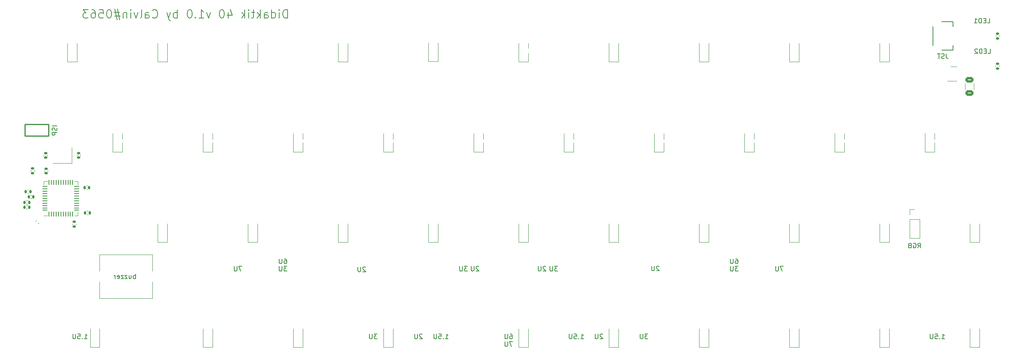
<source format=gbr>
%TF.GenerationSoftware,KiCad,Pcbnew,(6.0.7)*%
%TF.CreationDate,2022-12-24T21:51:58+01:00*%
%TF.ProjectId,Didaktik multilayout,44696461-6b74-4696-9b20-6d756c74696c,rev?*%
%TF.SameCoordinates,Original*%
%TF.FileFunction,Legend,Bot*%
%TF.FilePolarity,Positive*%
%FSLAX46Y46*%
G04 Gerber Fmt 4.6, Leading zero omitted, Abs format (unit mm)*
G04 Created by KiCad (PCBNEW (6.0.7)) date 2022-12-24 21:51:58*
%MOMM*%
%LPD*%
G01*
G04 APERTURE LIST*
G04 Aperture macros list*
%AMRoundRect*
0 Rectangle with rounded corners*
0 $1 Rounding radius*
0 $2 $3 $4 $5 $6 $7 $8 $9 X,Y pos of 4 corners*
0 Add a 4 corners polygon primitive as box body*
4,1,4,$2,$3,$4,$5,$6,$7,$8,$9,$2,$3,0*
0 Add four circle primitives for the rounded corners*
1,1,$1+$1,$2,$3*
1,1,$1+$1,$4,$5*
1,1,$1+$1,$6,$7*
1,1,$1+$1,$8,$9*
0 Add four rect primitives between the rounded corners*
20,1,$1+$1,$2,$3,$4,$5,0*
20,1,$1+$1,$4,$5,$6,$7,0*
20,1,$1+$1,$6,$7,$8,$9,0*
20,1,$1+$1,$8,$9,$2,$3,0*%
G04 Aperture macros list end*
%ADD10C,0.150000*%
%ADD11C,0.120000*%
%ADD12C,0.250000*%
%ADD13C,1.750000*%
%ADD14C,3.987800*%
%ADD15C,2.250000*%
%ADD16C,3.048000*%
%ADD17R,2.000000X2.000000*%
%ADD18C,2.000000*%
%ADD19R,1.200000X0.900000*%
%ADD20R,1.350000X1.350000*%
%ADD21O,1.350000X1.350000*%
%ADD22RoundRect,0.140000X0.170000X-0.140000X0.170000X0.140000X-0.170000X0.140000X-0.170000X-0.140000X0*%
%ADD23RoundRect,0.135000X-0.135000X-0.185000X0.135000X-0.185000X0.135000X0.185000X-0.135000X0.185000X0*%
%ADD24R,1.400000X1.200000*%
%ADD25RoundRect,0.062500X-0.475000X-0.062500X0.475000X-0.062500X0.475000X0.062500X-0.475000X0.062500X0*%
%ADD26RoundRect,0.062500X-0.062500X-0.475000X0.062500X-0.475000X0.062500X0.475000X-0.062500X0.475000X0*%
%ADD27R,5.200000X5.200000*%
%ADD28RoundRect,0.250000X-0.625000X0.375000X-0.625000X-0.375000X0.625000X-0.375000X0.625000X0.375000X0*%
%ADD29R,1.800000X1.200000*%
%ADD30R,1.550000X0.600000*%
%ADD31C,1.700000*%
%ADD32R,1.700000X1.700000*%
%ADD33RoundRect,0.140000X-0.170000X0.140000X-0.170000X-0.140000X0.170000X-0.140000X0.170000X0.140000X0*%
%ADD34RoundRect,0.135000X-0.185000X0.135000X-0.185000X-0.135000X0.185000X-0.135000X0.185000X0.135000X0*%
%ADD35RoundRect,0.135000X0.185000X-0.135000X0.185000X0.135000X-0.185000X0.135000X-0.185000X-0.135000X0*%
%ADD36R,0.700000X1.000000*%
%ADD37R,0.700000X0.600000*%
%ADD38RoundRect,0.140000X-0.140000X-0.170000X0.140000X-0.170000X0.140000X0.170000X-0.140000X0.170000X0*%
%ADD39RoundRect,0.140000X0.140000X0.170000X-0.140000X0.170000X-0.140000X-0.170000X0.140000X-0.170000X0*%
%ADD40R,2.300000X2.300000*%
%ADD41RoundRect,0.140000X-0.021213X0.219203X-0.219203X0.021213X0.021213X-0.219203X0.219203X-0.021213X0*%
G04 APERTURE END LIST*
D10*
X89233333Y-85177380D02*
X89423809Y-85177380D01*
X89519047Y-85225000D01*
X89566666Y-85272619D01*
X89661904Y-85415476D01*
X89709523Y-85605952D01*
X89709523Y-85986904D01*
X89661904Y-86082142D01*
X89614285Y-86129761D01*
X89519047Y-86177380D01*
X89328571Y-86177380D01*
X89233333Y-86129761D01*
X89185714Y-86082142D01*
X89138095Y-85986904D01*
X89138095Y-85748809D01*
X89185714Y-85653571D01*
X89233333Y-85605952D01*
X89328571Y-85558333D01*
X89519047Y-85558333D01*
X89614285Y-85605952D01*
X89661904Y-85653571D01*
X89709523Y-85748809D01*
X88709523Y-85177380D02*
X88709523Y-85986904D01*
X88661904Y-86082142D01*
X88614285Y-86129761D01*
X88519047Y-86177380D01*
X88328571Y-86177380D01*
X88233333Y-86129761D01*
X88185714Y-86082142D01*
X88138095Y-85986904D01*
X88138095Y-85177380D01*
X130222182Y-86842169D02*
X130174563Y-86794550D01*
X130079325Y-86746930D01*
X129841230Y-86746930D01*
X129745992Y-86794550D01*
X129698373Y-86842169D01*
X129650754Y-86937407D01*
X129650754Y-87032645D01*
X129698373Y-87175502D01*
X130269801Y-87746930D01*
X129650754Y-87746930D01*
X129222182Y-86746930D02*
X129222182Y-87556454D01*
X129174563Y-87651692D01*
X129126944Y-87699311D01*
X129031706Y-87746930D01*
X128841230Y-87746930D01*
X128745992Y-87699311D01*
X128698373Y-87651692D01*
X128650754Y-87556454D01*
X128650754Y-86746930D01*
X89867666Y-34319666D02*
X89867666Y-32569666D01*
X89451000Y-32569666D01*
X89201000Y-32653000D01*
X89034333Y-32819666D01*
X88951000Y-32986333D01*
X88867666Y-33319666D01*
X88867666Y-33569666D01*
X88951000Y-33903000D01*
X89034333Y-34069666D01*
X89201000Y-34236333D01*
X89451000Y-34319666D01*
X89867666Y-34319666D01*
X88117666Y-34319666D02*
X88117666Y-33153000D01*
X88117666Y-32569666D02*
X88201000Y-32653000D01*
X88117666Y-32736333D01*
X88034333Y-32653000D01*
X88117666Y-32569666D01*
X88117666Y-32736333D01*
X86534333Y-34319666D02*
X86534333Y-32569666D01*
X86534333Y-34236333D02*
X86701000Y-34319666D01*
X87034333Y-34319666D01*
X87201000Y-34236333D01*
X87284333Y-34153000D01*
X87367666Y-33986333D01*
X87367666Y-33486333D01*
X87284333Y-33319666D01*
X87201000Y-33236333D01*
X87034333Y-33153000D01*
X86701000Y-33153000D01*
X86534333Y-33236333D01*
X84951000Y-34319666D02*
X84951000Y-33403000D01*
X85034333Y-33236333D01*
X85201000Y-33153000D01*
X85534333Y-33153000D01*
X85701000Y-33236333D01*
X84951000Y-34236333D02*
X85117666Y-34319666D01*
X85534333Y-34319666D01*
X85701000Y-34236333D01*
X85784333Y-34069666D01*
X85784333Y-33903000D01*
X85701000Y-33736333D01*
X85534333Y-33653000D01*
X85117666Y-33653000D01*
X84951000Y-33569666D01*
X84117666Y-34319666D02*
X84117666Y-32569666D01*
X83951000Y-33653000D02*
X83451000Y-34319666D01*
X83451000Y-33153000D02*
X84117666Y-33819666D01*
X82951000Y-33153000D02*
X82284333Y-33153000D01*
X82701000Y-32569666D02*
X82701000Y-34069666D01*
X82617666Y-34236333D01*
X82451000Y-34319666D01*
X82284333Y-34319666D01*
X81701000Y-34319666D02*
X81701000Y-33153000D01*
X81701000Y-32569666D02*
X81784333Y-32653000D01*
X81701000Y-32736333D01*
X81617666Y-32653000D01*
X81701000Y-32569666D01*
X81701000Y-32736333D01*
X80867666Y-34319666D02*
X80867666Y-32569666D01*
X80701000Y-33653000D02*
X80201000Y-34319666D01*
X80201000Y-33153000D02*
X80867666Y-33819666D01*
X77367666Y-33153000D02*
X77367666Y-34319666D01*
X77784333Y-32486333D02*
X78201000Y-33736333D01*
X77117666Y-33736333D01*
X76117666Y-32569666D02*
X75951000Y-32569666D01*
X75784333Y-32653000D01*
X75701000Y-32736333D01*
X75617666Y-32903000D01*
X75534333Y-33236333D01*
X75534333Y-33653000D01*
X75617666Y-33986333D01*
X75701000Y-34153000D01*
X75784333Y-34236333D01*
X75951000Y-34319666D01*
X76117666Y-34319666D01*
X76284333Y-34236333D01*
X76367666Y-34153000D01*
X76451000Y-33986333D01*
X76534333Y-33653000D01*
X76534333Y-33236333D01*
X76451000Y-32903000D01*
X76367666Y-32736333D01*
X76284333Y-32653000D01*
X76117666Y-32569666D01*
X73617666Y-33153000D02*
X73201000Y-34319666D01*
X72784333Y-33153000D01*
X71201000Y-34319666D02*
X72201000Y-34319666D01*
X71701000Y-34319666D02*
X71701000Y-32569666D01*
X71867666Y-32819666D01*
X72034333Y-32986333D01*
X72201000Y-33069666D01*
X70451000Y-34153000D02*
X70367666Y-34236333D01*
X70451000Y-34319666D01*
X70534333Y-34236333D01*
X70451000Y-34153000D01*
X70451000Y-34319666D01*
X69284333Y-32569666D02*
X69117666Y-32569666D01*
X68951000Y-32653000D01*
X68867666Y-32736333D01*
X68784333Y-32903000D01*
X68701000Y-33236333D01*
X68701000Y-33653000D01*
X68784333Y-33986333D01*
X68867666Y-34153000D01*
X68951000Y-34236333D01*
X69117666Y-34319666D01*
X69284333Y-34319666D01*
X69451000Y-34236333D01*
X69534333Y-34153000D01*
X69617666Y-33986333D01*
X69701000Y-33653000D01*
X69701000Y-33236333D01*
X69617666Y-32903000D01*
X69534333Y-32736333D01*
X69451000Y-32653000D01*
X69284333Y-32569666D01*
X66617666Y-34319666D02*
X66617666Y-32569666D01*
X66617666Y-33236333D02*
X66451000Y-33153000D01*
X66117666Y-33153000D01*
X65951000Y-33236333D01*
X65867666Y-33319666D01*
X65784333Y-33486333D01*
X65784333Y-33986333D01*
X65867666Y-34153000D01*
X65951000Y-34236333D01*
X66117666Y-34319666D01*
X66451000Y-34319666D01*
X66617666Y-34236333D01*
X65201000Y-33153000D02*
X64784333Y-34319666D01*
X64367666Y-33153000D02*
X64784333Y-34319666D01*
X64951000Y-34736333D01*
X65034333Y-34819666D01*
X65201000Y-34903000D01*
X61367666Y-34153000D02*
X61451000Y-34236333D01*
X61701000Y-34319666D01*
X61867666Y-34319666D01*
X62117666Y-34236333D01*
X62284333Y-34069666D01*
X62367666Y-33903000D01*
X62451000Y-33569666D01*
X62451000Y-33319666D01*
X62367666Y-32986333D01*
X62284333Y-32819666D01*
X62117666Y-32653000D01*
X61867666Y-32569666D01*
X61701000Y-32569666D01*
X61451000Y-32653000D01*
X61367666Y-32736333D01*
X59867666Y-34319666D02*
X59867666Y-33403000D01*
X59951000Y-33236333D01*
X60117666Y-33153000D01*
X60451000Y-33153000D01*
X60617666Y-33236333D01*
X59867666Y-34236333D02*
X60034333Y-34319666D01*
X60451000Y-34319666D01*
X60617666Y-34236333D01*
X60701000Y-34069666D01*
X60701000Y-33903000D01*
X60617666Y-33736333D01*
X60451000Y-33653000D01*
X60034333Y-33653000D01*
X59867666Y-33569666D01*
X58784333Y-34319666D02*
X58951000Y-34236333D01*
X59034333Y-34069666D01*
X59034333Y-32569666D01*
X58284333Y-33153000D02*
X57867666Y-34319666D01*
X57451000Y-33153000D01*
X56784333Y-34319666D02*
X56784333Y-33153000D01*
X56784333Y-32569666D02*
X56867666Y-32653000D01*
X56784333Y-32736333D01*
X56701000Y-32653000D01*
X56784333Y-32569666D01*
X56784333Y-32736333D01*
X55951000Y-33153000D02*
X55951000Y-34319666D01*
X55951000Y-33319666D02*
X55867666Y-33236333D01*
X55701000Y-33153000D01*
X55451000Y-33153000D01*
X55284333Y-33236333D01*
X55201000Y-33403000D01*
X55201000Y-34319666D01*
X54450999Y-33153000D02*
X53200999Y-33153000D01*
X53950999Y-32403000D02*
X54450999Y-34653000D01*
X53367666Y-33903000D02*
X54617666Y-33903000D01*
X53867666Y-34653000D02*
X53367666Y-32403000D01*
X52284333Y-32569666D02*
X52117666Y-32569666D01*
X51950999Y-32653000D01*
X51867666Y-32736333D01*
X51784333Y-32903000D01*
X51700999Y-33236333D01*
X51700999Y-33653000D01*
X51784333Y-33986333D01*
X51867666Y-34153000D01*
X51950999Y-34236333D01*
X52117666Y-34319666D01*
X52284333Y-34319666D01*
X52450999Y-34236333D01*
X52534333Y-34153000D01*
X52617666Y-33986333D01*
X52700999Y-33653000D01*
X52700999Y-33236333D01*
X52617666Y-32903000D01*
X52534333Y-32736333D01*
X52450999Y-32653000D01*
X52284333Y-32569666D01*
X50117666Y-32569666D02*
X50950999Y-32569666D01*
X51034333Y-33403000D01*
X50950999Y-33319666D01*
X50784333Y-33236333D01*
X50367666Y-33236333D01*
X50200999Y-33319666D01*
X50117666Y-33403000D01*
X50034333Y-33569666D01*
X50034333Y-33986333D01*
X50117666Y-34153000D01*
X50200999Y-34236333D01*
X50367666Y-34319666D01*
X50784333Y-34319666D01*
X50950999Y-34236333D01*
X51034333Y-34153000D01*
X48534333Y-32569666D02*
X48867666Y-32569666D01*
X49034333Y-32653000D01*
X49117666Y-32736333D01*
X49284333Y-32986333D01*
X49367666Y-33319666D01*
X49367666Y-33986333D01*
X49284333Y-34153000D01*
X49200999Y-34236333D01*
X49034333Y-34319666D01*
X48700999Y-34319666D01*
X48534333Y-34236333D01*
X48450999Y-34153000D01*
X48367666Y-33986333D01*
X48367666Y-33569666D01*
X48450999Y-33403000D01*
X48534333Y-33319666D01*
X48700999Y-33236333D01*
X49034333Y-33236333D01*
X49200999Y-33319666D01*
X49284333Y-33403000D01*
X49367666Y-33569666D01*
X47784333Y-32569666D02*
X46700999Y-32569666D01*
X47284333Y-33236333D01*
X47034333Y-33236333D01*
X46867666Y-33319666D01*
X46784333Y-33403000D01*
X46700999Y-33569666D01*
X46700999Y-33986333D01*
X46784333Y-34153000D01*
X46867666Y-34236333D01*
X47034333Y-34319666D01*
X47534333Y-34319666D01*
X47700999Y-34236333D01*
X47784333Y-34153000D01*
X184483333Y-85177380D02*
X184673809Y-85177380D01*
X184769047Y-85225000D01*
X184816666Y-85272619D01*
X184911904Y-85415476D01*
X184959523Y-85605952D01*
X184959523Y-85986904D01*
X184911904Y-86082142D01*
X184864285Y-86129761D01*
X184769047Y-86177380D01*
X184578571Y-86177380D01*
X184483333Y-86129761D01*
X184435714Y-86082142D01*
X184388095Y-85986904D01*
X184388095Y-85748809D01*
X184435714Y-85653571D01*
X184483333Y-85605952D01*
X184578571Y-85558333D01*
X184769047Y-85558333D01*
X184864285Y-85605952D01*
X184911904Y-85653571D01*
X184959523Y-85748809D01*
X183959523Y-85177380D02*
X183959523Y-85986904D01*
X183911904Y-86082142D01*
X183864285Y-86129761D01*
X183769047Y-86177380D01*
X183578571Y-86177380D01*
X183483333Y-86129761D01*
X183435714Y-86082142D01*
X183388095Y-85986904D01*
X183388095Y-85177380D01*
X80232142Y-86764880D02*
X79565476Y-86764880D01*
X79994047Y-87764880D01*
X79184523Y-86764880D02*
X79184523Y-87574404D01*
X79136904Y-87669642D01*
X79089285Y-87717261D01*
X78994047Y-87764880D01*
X78803571Y-87764880D01*
X78708333Y-87717261D01*
X78660714Y-87669642D01*
X78613095Y-87574404D01*
X78613095Y-86764880D01*
X222940476Y-82875380D02*
X223273809Y-82399190D01*
X223511904Y-82875380D02*
X223511904Y-81875380D01*
X223130952Y-81875380D01*
X223035714Y-81923000D01*
X222988095Y-81970619D01*
X222940476Y-82065857D01*
X222940476Y-82208714D01*
X222988095Y-82303952D01*
X223035714Y-82351571D01*
X223130952Y-82399190D01*
X223511904Y-82399190D01*
X221988095Y-81923000D02*
X222083333Y-81875380D01*
X222226190Y-81875380D01*
X222369047Y-81923000D01*
X222464285Y-82018238D01*
X222511904Y-82113476D01*
X222559523Y-82303952D01*
X222559523Y-82446809D01*
X222511904Y-82637285D01*
X222464285Y-82732523D01*
X222369047Y-82827761D01*
X222226190Y-82875380D01*
X222130952Y-82875380D01*
X221988095Y-82827761D01*
X221940476Y-82780142D01*
X221940476Y-82446809D01*
X222130952Y-82446809D01*
X221178571Y-82351571D02*
X221035714Y-82399190D01*
X220988095Y-82446809D01*
X220940476Y-82542047D01*
X220940476Y-82684904D01*
X220988095Y-82780142D01*
X221035714Y-82827761D01*
X221130952Y-82875380D01*
X221511904Y-82875380D01*
X221511904Y-81875380D01*
X221178571Y-81875380D01*
X221083333Y-81923000D01*
X221035714Y-81970619D01*
X220988095Y-82065857D01*
X220988095Y-82161095D01*
X221035714Y-82256333D01*
X221083333Y-82303952D01*
X221178571Y-82351571D01*
X221511904Y-82351571D01*
X165957142Y-101052380D02*
X165338095Y-101052380D01*
X165671428Y-101433333D01*
X165528571Y-101433333D01*
X165433333Y-101480952D01*
X165385714Y-101528571D01*
X165338095Y-101623809D01*
X165338095Y-101861904D01*
X165385714Y-101957142D01*
X165433333Y-102004761D01*
X165528571Y-102052380D01*
X165814285Y-102052380D01*
X165909523Y-102004761D01*
X165957142Y-101957142D01*
X164909523Y-101052380D02*
X164909523Y-101861904D01*
X164861904Y-101957142D01*
X164814285Y-102004761D01*
X164719047Y-102052380D01*
X164528571Y-102052380D01*
X164433333Y-102004761D01*
X164385714Y-101957142D01*
X164338095Y-101861904D01*
X164338095Y-101052380D01*
X106319974Y-86976703D02*
X106272355Y-86929084D01*
X106177117Y-86881464D01*
X105939022Y-86881464D01*
X105843784Y-86929084D01*
X105796165Y-86976703D01*
X105748546Y-87071941D01*
X105748546Y-87167179D01*
X105796165Y-87310036D01*
X106367593Y-87881464D01*
X105748546Y-87881464D01*
X105319974Y-86881464D02*
X105319974Y-87690988D01*
X105272355Y-87786226D01*
X105224736Y-87833845D01*
X105129498Y-87881464D01*
X104939022Y-87881464D01*
X104843784Y-87833845D01*
X104796165Y-87786226D01*
X104748546Y-87690988D01*
X104748546Y-86881464D01*
X41219380Y-57062809D02*
X40219380Y-57062809D01*
X41171761Y-57491380D02*
X41219380Y-57634238D01*
X41219380Y-57872333D01*
X41171761Y-57967571D01*
X41124142Y-58015190D01*
X41028904Y-58062809D01*
X40933666Y-58062809D01*
X40838428Y-58015190D01*
X40790809Y-57967571D01*
X40743190Y-57872333D01*
X40695571Y-57681857D01*
X40647952Y-57586619D01*
X40600333Y-57539000D01*
X40505095Y-57491380D01*
X40409857Y-57491380D01*
X40314619Y-57539000D01*
X40267000Y-57586619D01*
X40219380Y-57681857D01*
X40219380Y-57919952D01*
X40267000Y-58062809D01*
X41219380Y-58491380D02*
X40219380Y-58491380D01*
X40219380Y-58872333D01*
X40267000Y-58967571D01*
X40314619Y-59015190D01*
X40409857Y-59062809D01*
X40552714Y-59062809D01*
X40647952Y-59015190D01*
X40695571Y-58967571D01*
X40743190Y-58872333D01*
X40743190Y-58491380D01*
X151764880Y-102052380D02*
X152336309Y-102052380D01*
X152050595Y-102052380D02*
X152050595Y-101052380D01*
X152145833Y-101195238D01*
X152241071Y-101290476D01*
X152336309Y-101338095D01*
X151336309Y-101957142D02*
X151288690Y-102004761D01*
X151336309Y-102052380D01*
X151383928Y-102004761D01*
X151336309Y-101957142D01*
X151336309Y-102052380D01*
X150383928Y-101052380D02*
X150860119Y-101052380D01*
X150907738Y-101528571D01*
X150860119Y-101480952D01*
X150764880Y-101433333D01*
X150526785Y-101433333D01*
X150431547Y-101480952D01*
X150383928Y-101528571D01*
X150336309Y-101623809D01*
X150336309Y-101861904D01*
X150383928Y-101957142D01*
X150431547Y-102004761D01*
X150526785Y-102052380D01*
X150764880Y-102052380D01*
X150860119Y-102004761D01*
X150907738Y-101957142D01*
X149907738Y-101052380D02*
X149907738Y-101861904D01*
X149860119Y-101957142D01*
X149812500Y-102004761D01*
X149717261Y-102052380D01*
X149526785Y-102052380D01*
X149431547Y-102004761D01*
X149383928Y-101957142D01*
X149336309Y-101861904D01*
X149336309Y-101052380D01*
X123189880Y-102052380D02*
X123761309Y-102052380D01*
X123475595Y-102052380D02*
X123475595Y-101052380D01*
X123570833Y-101195238D01*
X123666071Y-101290476D01*
X123761309Y-101338095D01*
X122761309Y-101957142D02*
X122713690Y-102004761D01*
X122761309Y-102052380D01*
X122808928Y-102004761D01*
X122761309Y-101957142D01*
X122761309Y-102052380D01*
X121808928Y-101052380D02*
X122285119Y-101052380D01*
X122332738Y-101528571D01*
X122285119Y-101480952D01*
X122189880Y-101433333D01*
X121951785Y-101433333D01*
X121856547Y-101480952D01*
X121808928Y-101528571D01*
X121761309Y-101623809D01*
X121761309Y-101861904D01*
X121808928Y-101957142D01*
X121856547Y-102004761D01*
X121951785Y-102052380D01*
X122189880Y-102052380D01*
X122285119Y-102004761D01*
X122332738Y-101957142D01*
X121332738Y-101052380D02*
X121332738Y-101861904D01*
X121285119Y-101957142D01*
X121237500Y-102004761D01*
X121142261Y-102052380D01*
X120951785Y-102052380D01*
X120856547Y-102004761D01*
X120808928Y-101957142D01*
X120761309Y-101861904D01*
X120761309Y-101052380D01*
X108807142Y-101052380D02*
X108188095Y-101052380D01*
X108521428Y-101433333D01*
X108378571Y-101433333D01*
X108283333Y-101480952D01*
X108235714Y-101528571D01*
X108188095Y-101623809D01*
X108188095Y-101861904D01*
X108235714Y-101957142D01*
X108283333Y-102004761D01*
X108378571Y-102052380D01*
X108664285Y-102052380D01*
X108759523Y-102004761D01*
X108807142Y-101957142D01*
X107759523Y-101052380D02*
X107759523Y-101861904D01*
X107711904Y-101957142D01*
X107664285Y-102004761D01*
X107569047Y-102052380D01*
X107378571Y-102052380D01*
X107283333Y-102004761D01*
X107235714Y-101957142D01*
X107188095Y-101861904D01*
X107188095Y-101052380D01*
X194532142Y-86764880D02*
X193865476Y-86764880D01*
X194294047Y-87764880D01*
X193484523Y-86764880D02*
X193484523Y-87574404D01*
X193436904Y-87669642D01*
X193389285Y-87717261D01*
X193294047Y-87764880D01*
X193103571Y-87764880D01*
X193008333Y-87717261D01*
X192960714Y-87669642D01*
X192913095Y-87574404D01*
X192913095Y-86764880D01*
X156384523Y-101147619D02*
X156336904Y-101100000D01*
X156241666Y-101052380D01*
X156003571Y-101052380D01*
X155908333Y-101100000D01*
X155860714Y-101147619D01*
X155813095Y-101242857D01*
X155813095Y-101338095D01*
X155860714Y-101480952D01*
X156432142Y-102052380D01*
X155813095Y-102052380D01*
X155384523Y-101052380D02*
X155384523Y-101861904D01*
X155336904Y-101957142D01*
X155289285Y-102004761D01*
X155194047Y-102052380D01*
X155003571Y-102052380D01*
X154908333Y-102004761D01*
X154860714Y-101957142D01*
X154813095Y-101861904D01*
X154813095Y-101052380D01*
X46989880Y-102052380D02*
X47561309Y-102052380D01*
X47275595Y-102052380D02*
X47275595Y-101052380D01*
X47370833Y-101195238D01*
X47466071Y-101290476D01*
X47561309Y-101338095D01*
X46561309Y-101957142D02*
X46513690Y-102004761D01*
X46561309Y-102052380D01*
X46608928Y-102004761D01*
X46561309Y-101957142D01*
X46561309Y-102052380D01*
X45608928Y-101052380D02*
X46085119Y-101052380D01*
X46132738Y-101528571D01*
X46085119Y-101480952D01*
X45989880Y-101433333D01*
X45751785Y-101433333D01*
X45656547Y-101480952D01*
X45608928Y-101528571D01*
X45561309Y-101623809D01*
X45561309Y-101861904D01*
X45608928Y-101957142D01*
X45656547Y-102004761D01*
X45751785Y-102052380D01*
X45989880Y-102052380D01*
X46085119Y-102004761D01*
X46132738Y-101957142D01*
X45132738Y-101052380D02*
X45132738Y-101861904D01*
X45085119Y-101957142D01*
X45037500Y-102004761D01*
X44942261Y-102052380D01*
X44751785Y-102052380D01*
X44656547Y-102004761D01*
X44608928Y-101957142D01*
X44561309Y-101861904D01*
X44561309Y-101052380D01*
X137382142Y-102639880D02*
X136715476Y-102639880D01*
X137144047Y-103639880D01*
X136334523Y-102639880D02*
X136334523Y-103449404D01*
X136286904Y-103544642D01*
X136239285Y-103592261D01*
X136144047Y-103639880D01*
X135953571Y-103639880D01*
X135858333Y-103592261D01*
X135810714Y-103544642D01*
X135763095Y-103449404D01*
X135763095Y-102639880D01*
X237720047Y-41811380D02*
X238196238Y-41811380D01*
X238196238Y-40811380D01*
X237386714Y-41287571D02*
X237053380Y-41287571D01*
X236910523Y-41811380D02*
X237386714Y-41811380D01*
X237386714Y-40811380D01*
X236910523Y-40811380D01*
X236481952Y-41811380D02*
X236481952Y-40811380D01*
X236243857Y-40811380D01*
X236101000Y-40859000D01*
X236005761Y-40954238D01*
X235958142Y-41049476D01*
X235910523Y-41239952D01*
X235910523Y-41382809D01*
X235958142Y-41573285D01*
X236005761Y-41668523D01*
X236101000Y-41763761D01*
X236243857Y-41811380D01*
X236481952Y-41811380D01*
X235529571Y-40906619D02*
X235481952Y-40859000D01*
X235386714Y-40811380D01*
X235148619Y-40811380D01*
X235053380Y-40859000D01*
X235005761Y-40906619D01*
X234958142Y-41001857D01*
X234958142Y-41097095D01*
X235005761Y-41239952D01*
X235577190Y-41811380D01*
X234958142Y-41811380D01*
X237593047Y-35377380D02*
X238069238Y-35377380D01*
X238069238Y-34377380D01*
X237259714Y-34853571D02*
X236926380Y-34853571D01*
X236783523Y-35377380D02*
X237259714Y-35377380D01*
X237259714Y-34377380D01*
X236783523Y-34377380D01*
X236354952Y-35377380D02*
X236354952Y-34377380D01*
X236116857Y-34377380D01*
X235974000Y-34425000D01*
X235878761Y-34520238D01*
X235831142Y-34615476D01*
X235783523Y-34805952D01*
X235783523Y-34948809D01*
X235831142Y-35139285D01*
X235878761Y-35234523D01*
X235974000Y-35329761D01*
X236116857Y-35377380D01*
X236354952Y-35377380D01*
X234831142Y-35377380D02*
X235402571Y-35377380D01*
X235116857Y-35377380D02*
X235116857Y-34377380D01*
X235212095Y-34520238D01*
X235307333Y-34615476D01*
X235402571Y-34663095D01*
X227964880Y-102052380D02*
X228536309Y-102052380D01*
X228250595Y-102052380D02*
X228250595Y-101052380D01*
X228345833Y-101195238D01*
X228441071Y-101290476D01*
X228536309Y-101338095D01*
X227536309Y-101957142D02*
X227488690Y-102004761D01*
X227536309Y-102052380D01*
X227583928Y-102004761D01*
X227536309Y-101957142D01*
X227536309Y-102052380D01*
X226583928Y-101052380D02*
X227060119Y-101052380D01*
X227107738Y-101528571D01*
X227060119Y-101480952D01*
X226964880Y-101433333D01*
X226726785Y-101433333D01*
X226631547Y-101480952D01*
X226583928Y-101528571D01*
X226536309Y-101623809D01*
X226536309Y-101861904D01*
X226583928Y-101957142D01*
X226631547Y-102004761D01*
X226726785Y-102052380D01*
X226964880Y-102052380D01*
X227060119Y-102004761D01*
X227107738Y-101957142D01*
X226107738Y-101052380D02*
X226107738Y-101861904D01*
X226060119Y-101957142D01*
X226012500Y-102004761D01*
X225917261Y-102052380D01*
X225726785Y-102052380D01*
X225631547Y-102004761D01*
X225583928Y-101957142D01*
X225536309Y-101861904D01*
X225536309Y-101052380D01*
X136858333Y-101052380D02*
X137048809Y-101052380D01*
X137144047Y-101100000D01*
X137191666Y-101147619D01*
X137286904Y-101290476D01*
X137334523Y-101480952D01*
X137334523Y-101861904D01*
X137286904Y-101957142D01*
X137239285Y-102004761D01*
X137144047Y-102052380D01*
X136953571Y-102052380D01*
X136858333Y-102004761D01*
X136810714Y-101957142D01*
X136763095Y-101861904D01*
X136763095Y-101623809D01*
X136810714Y-101528571D01*
X136858333Y-101480952D01*
X136953571Y-101433333D01*
X137144047Y-101433333D01*
X137239285Y-101480952D01*
X137286904Y-101528571D01*
X137334523Y-101623809D01*
X136334523Y-101052380D02*
X136334523Y-101861904D01*
X136286904Y-101957142D01*
X136239285Y-102004761D01*
X136144047Y-102052380D01*
X135953571Y-102052380D01*
X135858333Y-102004761D01*
X135810714Y-101957142D01*
X135763095Y-101861904D01*
X135763095Y-101052380D01*
X185007142Y-86764880D02*
X184388095Y-86764880D01*
X184721428Y-87145833D01*
X184578571Y-87145833D01*
X184483333Y-87193452D01*
X184435714Y-87241071D01*
X184388095Y-87336309D01*
X184388095Y-87574404D01*
X184435714Y-87669642D01*
X184483333Y-87717261D01*
X184578571Y-87764880D01*
X184864285Y-87764880D01*
X184959523Y-87717261D01*
X185007142Y-87669642D01*
X183959523Y-86764880D02*
X183959523Y-87574404D01*
X183911904Y-87669642D01*
X183864285Y-87717261D01*
X183769047Y-87764880D01*
X183578571Y-87764880D01*
X183483333Y-87717261D01*
X183435714Y-87669642D01*
X183388095Y-87574404D01*
X183388095Y-86764880D01*
X144366151Y-86840603D02*
X144318532Y-86792984D01*
X144223294Y-86745364D01*
X143985199Y-86745364D01*
X143889961Y-86792984D01*
X143842342Y-86840603D01*
X143794723Y-86935841D01*
X143794723Y-87031079D01*
X143842342Y-87173936D01*
X144413770Y-87745364D01*
X143794723Y-87745364D01*
X143366151Y-86745364D02*
X143366151Y-87554888D01*
X143318532Y-87650126D01*
X143270913Y-87697745D01*
X143175675Y-87745364D01*
X142985199Y-87745364D01*
X142889961Y-87697745D01*
X142842342Y-87650126D01*
X142794723Y-87554888D01*
X142794723Y-86745364D01*
X127857142Y-86764880D02*
X127238095Y-86764880D01*
X127571428Y-87145833D01*
X127428571Y-87145833D01*
X127333333Y-87193452D01*
X127285714Y-87241071D01*
X127238095Y-87336309D01*
X127238095Y-87574404D01*
X127285714Y-87669642D01*
X127333333Y-87717261D01*
X127428571Y-87764880D01*
X127714285Y-87764880D01*
X127809523Y-87717261D01*
X127857142Y-87669642D01*
X126809523Y-86764880D02*
X126809523Y-87574404D01*
X126761904Y-87669642D01*
X126714285Y-87717261D01*
X126619047Y-87764880D01*
X126428571Y-87764880D01*
X126333333Y-87717261D01*
X126285714Y-87669642D01*
X126238095Y-87574404D01*
X126238095Y-86764880D01*
X89757142Y-86764880D02*
X89138095Y-86764880D01*
X89471428Y-87145833D01*
X89328571Y-87145833D01*
X89233333Y-87193452D01*
X89185714Y-87241071D01*
X89138095Y-87336309D01*
X89138095Y-87574404D01*
X89185714Y-87669642D01*
X89233333Y-87717261D01*
X89328571Y-87764880D01*
X89614285Y-87764880D01*
X89709523Y-87717261D01*
X89757142Y-87669642D01*
X88709523Y-86764880D02*
X88709523Y-87574404D01*
X88661904Y-87669642D01*
X88614285Y-87717261D01*
X88519047Y-87764880D01*
X88328571Y-87764880D01*
X88233333Y-87717261D01*
X88185714Y-87669642D01*
X88138095Y-87574404D01*
X88138095Y-86764880D01*
X168313204Y-86795759D02*
X168265585Y-86748140D01*
X168170347Y-86700520D01*
X167932252Y-86700520D01*
X167837014Y-86748140D01*
X167789395Y-86795759D01*
X167741776Y-86890997D01*
X167741776Y-86986235D01*
X167789395Y-87129092D01*
X168360823Y-87700520D01*
X167741776Y-87700520D01*
X167313204Y-86700520D02*
X167313204Y-87510044D01*
X167265585Y-87605282D01*
X167217966Y-87652901D01*
X167122728Y-87700520D01*
X166932252Y-87700520D01*
X166837014Y-87652901D01*
X166789395Y-87605282D01*
X166741776Y-87510044D01*
X166741776Y-86700520D01*
X146907142Y-86764880D02*
X146288095Y-86764880D01*
X146621428Y-87145833D01*
X146478571Y-87145833D01*
X146383333Y-87193452D01*
X146335714Y-87241071D01*
X146288095Y-87336309D01*
X146288095Y-87574404D01*
X146335714Y-87669642D01*
X146383333Y-87717261D01*
X146478571Y-87764880D01*
X146764285Y-87764880D01*
X146859523Y-87717261D01*
X146907142Y-87669642D01*
X145859523Y-86764880D02*
X145859523Y-87574404D01*
X145811904Y-87669642D01*
X145764285Y-87717261D01*
X145669047Y-87764880D01*
X145478571Y-87764880D01*
X145383333Y-87717261D01*
X145335714Y-87669642D01*
X145288095Y-87574404D01*
X145288095Y-86764880D01*
X118284523Y-101147619D02*
X118236904Y-101100000D01*
X118141666Y-101052380D01*
X117903571Y-101052380D01*
X117808333Y-101100000D01*
X117760714Y-101147619D01*
X117713095Y-101242857D01*
X117713095Y-101338095D01*
X117760714Y-101480952D01*
X118332142Y-102052380D01*
X117713095Y-102052380D01*
X117284523Y-101052380D02*
X117284523Y-101861904D01*
X117236904Y-101957142D01*
X117189285Y-102004761D01*
X117094047Y-102052380D01*
X116903571Y-102052380D01*
X116808333Y-102004761D01*
X116760714Y-101957142D01*
X116713095Y-101861904D01*
X116713095Y-101052380D01*
X228933285Y-41870380D02*
X228933285Y-42584666D01*
X228980904Y-42727523D01*
X229076142Y-42822761D01*
X229219000Y-42870380D01*
X229314238Y-42870380D01*
X228504714Y-42822761D02*
X228361857Y-42870380D01*
X228123761Y-42870380D01*
X228028523Y-42822761D01*
X227980904Y-42775142D01*
X227933285Y-42679904D01*
X227933285Y-42584666D01*
X227980904Y-42489428D01*
X228028523Y-42441809D01*
X228123761Y-42394190D01*
X228314238Y-42346571D01*
X228409476Y-42298952D01*
X228457095Y-42251333D01*
X228504714Y-42156095D01*
X228504714Y-42060857D01*
X228457095Y-41965619D01*
X228409476Y-41918000D01*
X228314238Y-41870380D01*
X228076142Y-41870380D01*
X227933285Y-41918000D01*
X227647571Y-41870380D02*
X227076142Y-41870380D01*
X227361857Y-42870380D02*
X227361857Y-41870380D01*
X57776785Y-89352380D02*
X57776785Y-88352380D01*
X57776785Y-88733333D02*
X57681547Y-88685714D01*
X57491071Y-88685714D01*
X57395833Y-88733333D01*
X57348214Y-88780952D01*
X57300595Y-88876190D01*
X57300595Y-89161904D01*
X57348214Y-89257142D01*
X57395833Y-89304761D01*
X57491071Y-89352380D01*
X57681547Y-89352380D01*
X57776785Y-89304761D01*
X56443452Y-88685714D02*
X56443452Y-89352380D01*
X56872023Y-88685714D02*
X56872023Y-89209523D01*
X56824404Y-89304761D01*
X56729166Y-89352380D01*
X56586309Y-89352380D01*
X56491071Y-89304761D01*
X56443452Y-89257142D01*
X56062499Y-88685714D02*
X55538690Y-88685714D01*
X56062499Y-89352380D01*
X55538690Y-89352380D01*
X55252976Y-88685714D02*
X54729166Y-88685714D01*
X55252976Y-89352380D01*
X54729166Y-89352380D01*
X53967261Y-89304761D02*
X54062499Y-89352380D01*
X54252976Y-89352380D01*
X54348214Y-89304761D01*
X54395833Y-89209523D01*
X54395833Y-88828571D01*
X54348214Y-88733333D01*
X54252976Y-88685714D01*
X54062499Y-88685714D01*
X53967261Y-88733333D01*
X53919642Y-88828571D01*
X53919642Y-88923809D01*
X54395833Y-89019047D01*
X53491071Y-89352380D02*
X53491071Y-88685714D01*
X53491071Y-88876190D02*
X53443452Y-88780952D01*
X53395833Y-88733333D01*
X53300595Y-88685714D01*
X53205357Y-88685714D01*
D11*
%TO.C,D29*%
X178800000Y-103850000D02*
X176800000Y-103850000D01*
X178800000Y-103850000D02*
X178800000Y-99950000D01*
X176800000Y-103850000D02*
X176800000Y-99950000D01*
%TO.C,J3*%
X222250000Y-74727500D02*
X221190000Y-74727500D01*
X223310000Y-76787500D02*
X223310000Y-80847500D01*
X221190000Y-76787500D02*
X221190000Y-80847500D01*
X223310000Y-80847500D02*
X221190000Y-80847500D01*
X221190000Y-74727500D02*
X221190000Y-75787500D01*
X223310000Y-76787500D02*
X221190000Y-76787500D01*
%TO.C,D6*%
X72025000Y-62575000D02*
X72025000Y-58675000D01*
X74025000Y-62575000D02*
X72025000Y-62575000D01*
X74025000Y-62575000D02*
X74025000Y-58675000D01*
%TO.C,C1*%
X39285500Y-66747086D02*
X39285500Y-66531414D01*
X38565500Y-66747086D02*
X38565500Y-66531414D01*
%TO.C,D14*%
X112125000Y-62575000D02*
X110125000Y-62575000D01*
X112125000Y-62575000D02*
X112125000Y-58675000D01*
X110125000Y-62575000D02*
X110125000Y-58675000D01*
%TO.C,D40*%
X235950000Y-81625000D02*
X235950000Y-77725000D01*
X235950000Y-81625000D02*
X233950000Y-81625000D01*
X233950000Y-81625000D02*
X233950000Y-77725000D01*
%TO.C,D8*%
X74025000Y-103850000D02*
X72025000Y-103850000D01*
X72025000Y-103850000D02*
X72025000Y-99950000D01*
X74025000Y-103850000D02*
X74025000Y-99950000D01*
%TO.C,D3*%
X64500000Y-81625000D02*
X64500000Y-77725000D01*
X62500000Y-81625000D02*
X62500000Y-77725000D01*
X64500000Y-81625000D02*
X62500000Y-81625000D01*
%TO.C,D36*%
X216900000Y-81625000D02*
X214900000Y-81625000D01*
X214900000Y-81625000D02*
X214900000Y-77725000D01*
X216900000Y-81625000D02*
X216900000Y-77725000D01*
%TO.C,D32*%
X197850000Y-81625000D02*
X197850000Y-77725000D01*
X195850000Y-81625000D02*
X195850000Y-77725000D01*
X197850000Y-81625000D02*
X195850000Y-81625000D01*
%TO.C,C4*%
X39158500Y-63445086D02*
X39158500Y-63229414D01*
X38438500Y-63445086D02*
X38438500Y-63229414D01*
%TO.C,D1*%
X45450000Y-43525000D02*
X43450000Y-43525000D01*
X45450000Y-43525000D02*
X45450000Y-39625000D01*
X43450000Y-43525000D02*
X43450000Y-39625000D01*
%TO.C,R4*%
X47471359Y-75058000D02*
X47778641Y-75058000D01*
X47471359Y-75818000D02*
X47778641Y-75818000D01*
%TO.C,Y1*%
X44354500Y-64987250D02*
X40354500Y-64987250D01*
X44354500Y-61687250D02*
X44354500Y-64987250D01*
%TO.C,D15*%
X121650000Y-81625000D02*
X119650000Y-81625000D01*
X121650000Y-81625000D02*
X121650000Y-77725000D01*
X119650000Y-81625000D02*
X119650000Y-77725000D01*
%TO.C,U1*%
X39152000Y-76027750D02*
X38427000Y-76027750D01*
X39152000Y-68807750D02*
X38427000Y-68807750D01*
X44922000Y-76027750D02*
X45647000Y-76027750D01*
X45647000Y-76027750D02*
X45647000Y-75302750D01*
X45647000Y-68807750D02*
X45647000Y-69532750D01*
X44922000Y-68807750D02*
X45647000Y-68807750D01*
X38427000Y-68807750D02*
X38427000Y-69532750D01*
%TO.C,D34*%
X197850000Y-43525000D02*
X195850000Y-43525000D01*
X195850000Y-43525000D02*
X195850000Y-39625000D01*
X197850000Y-43525000D02*
X197850000Y-39625000D01*
%TO.C,D23*%
X159750000Y-81625000D02*
X159750000Y-77725000D01*
X159750000Y-81625000D02*
X157750000Y-81625000D01*
X157750000Y-81625000D02*
X157750000Y-77725000D01*
%TO.C,D21*%
X140700000Y-43525000D02*
X140700000Y-39625000D01*
X140700000Y-43525000D02*
X138700000Y-43525000D01*
X138700000Y-43525000D02*
X138700000Y-39625000D01*
%TO.C,D39*%
X224425000Y-62575000D02*
X224425000Y-58675000D01*
X226425000Y-62575000D02*
X226425000Y-58675000D01*
X226425000Y-62575000D02*
X224425000Y-62575000D01*
%TO.C,D30*%
X178800000Y-43525000D02*
X176800000Y-43525000D01*
X176800000Y-43525000D02*
X176800000Y-39625000D01*
X178800000Y-43525000D02*
X178800000Y-39625000D01*
%TO.C,D41*%
X235950000Y-103850000D02*
X235950000Y-99950000D01*
X235950000Y-103850000D02*
X233950000Y-103850000D01*
X233950000Y-103850000D02*
X233950000Y-99950000D01*
%TO.C,D20*%
X140700000Y-103850000D02*
X138700000Y-103850000D01*
X140700000Y-103850000D02*
X140700000Y-99950000D01*
X138700000Y-103850000D02*
X138700000Y-99950000D01*
%TO.C,D24*%
X157750000Y-103850000D02*
X157750000Y-99950000D01*
X159750000Y-103850000D02*
X159750000Y-99950000D01*
X159750000Y-103850000D02*
X157750000Y-103850000D01*
%TO.C,F1*%
X234717000Y-48165936D02*
X234717000Y-49370064D01*
X232897000Y-48165936D02*
X232897000Y-49370064D01*
%TO.C,D26*%
X159750000Y-43525000D02*
X159750000Y-39625000D01*
X157750000Y-43525000D02*
X157750000Y-39625000D01*
X159750000Y-43525000D02*
X157750000Y-43525000D01*
%TO.C,D22*%
X150225000Y-62575000D02*
X150225000Y-58675000D01*
X148225000Y-62575000D02*
X148225000Y-58675000D01*
X150225000Y-62575000D02*
X148225000Y-62575000D01*
D10*
%TO.C,J1*%
X226150000Y-36100000D02*
X226150000Y-40100000D01*
X230350000Y-35100000D02*
X227950000Y-35100000D01*
X230350000Y-41100000D02*
X230350000Y-40100000D01*
X227950000Y-41100000D02*
X230350000Y-41100000D01*
X230350000Y-36100000D02*
X230350000Y-35100000D01*
D11*
%TO.C,D13*%
X102600000Y-43525000D02*
X102600000Y-39625000D01*
X102600000Y-43525000D02*
X100600000Y-43525000D01*
X100600000Y-43525000D02*
X100600000Y-39625000D01*
D12*
%TO.C,J2*%
X39457000Y-56749000D02*
X34457000Y-56749000D01*
X34457000Y-56749000D02*
X34457000Y-59249000D01*
X39457000Y-59249000D02*
X39457000Y-56749000D01*
X34457000Y-59249000D02*
X39457000Y-59249000D01*
D11*
%TO.C,C3*%
X46143500Y-63229414D02*
X46143500Y-63445086D01*
X45423500Y-63229414D02*
X45423500Y-63445086D01*
%TO.C,D7*%
X83550000Y-81625000D02*
X81550000Y-81625000D01*
X83550000Y-81625000D02*
X83550000Y-77725000D01*
X81550000Y-81625000D02*
X81550000Y-77725000D01*
%TO.C,D4*%
X50212500Y-103850000D02*
X48212500Y-103850000D01*
X50212500Y-103850000D02*
X50212500Y-99950000D01*
X48212500Y-103850000D02*
X48212500Y-99950000D01*
%TO.C,R2*%
X34707859Y-72863250D02*
X35015141Y-72863250D01*
X34707859Y-73623250D02*
X35015141Y-73623250D01*
%TO.C,D38*%
X216900000Y-43525000D02*
X216900000Y-39625000D01*
X214900000Y-43525000D02*
X214900000Y-39625000D01*
X216900000Y-43525000D02*
X214900000Y-43525000D01*
%TO.C,R3*%
X35688000Y-66422109D02*
X35688000Y-66729391D01*
X36448000Y-66422109D02*
X36448000Y-66729391D01*
%TO.C,D31*%
X188325000Y-62575000D02*
X186325000Y-62575000D01*
X188325000Y-62575000D02*
X188325000Y-58675000D01*
X186325000Y-62575000D02*
X186325000Y-58675000D01*
%TO.C,D2*%
X52975000Y-62575000D02*
X52975000Y-58675000D01*
X54975000Y-62575000D02*
X52975000Y-62575000D01*
X54975000Y-62575000D02*
X54975000Y-58675000D01*
%TO.C,D9*%
X83550000Y-43525000D02*
X81550000Y-43525000D01*
X83550000Y-43525000D02*
X83550000Y-39625000D01*
X81550000Y-43525000D02*
X81550000Y-39625000D01*
%TO.C,D12*%
X91075000Y-103850000D02*
X91075000Y-99950000D01*
X93075000Y-103850000D02*
X93075000Y-99950000D01*
X93075000Y-103850000D02*
X91075000Y-103850000D01*
%TO.C,D35*%
X207375000Y-62575000D02*
X207375000Y-58675000D01*
X207375000Y-62575000D02*
X205375000Y-62575000D01*
X205375000Y-62575000D02*
X205375000Y-58675000D01*
%TO.C,R9*%
X239389074Y-38253641D02*
X239389074Y-37946359D01*
X240149074Y-38253641D02*
X240149074Y-37946359D01*
%TO.C,D33*%
X197850000Y-103850000D02*
X195850000Y-103850000D01*
X195850000Y-103850000D02*
X195850000Y-99950000D01*
X197850000Y-103850000D02*
X197850000Y-99950000D01*
%TO.C,D17*%
X121650000Y-43462500D02*
X121650000Y-39562500D01*
X119650000Y-43462500D02*
X119650000Y-39562500D01*
X121650000Y-43462500D02*
X119650000Y-43462500D01*
%TO.C,D27*%
X169275000Y-62575000D02*
X169275000Y-58675000D01*
X167275000Y-62575000D02*
X167275000Y-58675000D01*
X169275000Y-62575000D02*
X167275000Y-62575000D01*
%TO.C,D25*%
X231155000Y-47661000D02*
X229155000Y-47661000D01*
X229855000Y-44541000D02*
X231155000Y-44541000D01*
%TO.C,D16*%
X110125000Y-103850000D02*
X110125000Y-99950000D01*
X112125000Y-103850000D02*
X110125000Y-103850000D01*
X112125000Y-103850000D02*
X112125000Y-99950000D01*
%TO.C,D28*%
X178800000Y-81625000D02*
X176800000Y-81625000D01*
X176800000Y-81625000D02*
X176800000Y-77725000D01*
X178800000Y-81625000D02*
X178800000Y-77725000D01*
%TO.C,D18*%
X129175000Y-62575000D02*
X129175000Y-58675000D01*
X131175000Y-62575000D02*
X129175000Y-62575000D01*
X131175000Y-62575000D02*
X131175000Y-58675000D01*
%TO.C,R8*%
X239332500Y-44603641D02*
X239332500Y-44296359D01*
X240092500Y-44603641D02*
X240092500Y-44296359D01*
%TO.C,D5*%
X64500000Y-43525000D02*
X62500000Y-43525000D01*
X62500000Y-43525000D02*
X62500000Y-39625000D01*
X64500000Y-43525000D02*
X64500000Y-39625000D01*
%TO.C,D19*%
X140700000Y-81625000D02*
X138700000Y-81625000D01*
X140700000Y-81625000D02*
X140700000Y-77725000D01*
X138700000Y-81625000D02*
X138700000Y-77725000D01*
%TO.C,C5*%
X47390164Y-69744000D02*
X47605836Y-69744000D01*
X47390164Y-70464000D02*
X47605836Y-70464000D01*
%TO.C,D10*%
X93075000Y-62575000D02*
X93075000Y-58675000D01*
X91075000Y-62575000D02*
X91075000Y-58675000D01*
X93075000Y-62575000D02*
X91075000Y-62575000D01*
%TO.C,R1*%
X34707859Y-73879250D02*
X35015141Y-73879250D01*
X34707859Y-74639250D02*
X35015141Y-74639250D01*
%TO.C,C7*%
X45191000Y-77743164D02*
X45191000Y-77958836D01*
X44471000Y-77743164D02*
X44471000Y-77958836D01*
%TO.C,C6*%
X35858336Y-72460250D02*
X35642664Y-72460250D01*
X35858336Y-71740250D02*
X35642664Y-71740250D01*
%TO.C,LS1*%
X61363000Y-93510000D02*
X61363000Y-84290000D01*
X50143000Y-84290000D02*
X50143000Y-93510000D01*
X61363000Y-84290000D02*
X50143000Y-84290000D01*
X50143000Y-93510000D02*
X61363000Y-93510000D01*
%TO.C,D37*%
X214900000Y-103850000D02*
X214900000Y-99950000D01*
X216900000Y-103850000D02*
X216900000Y-99950000D01*
X216900000Y-103850000D02*
X214900000Y-103850000D01*
%TO.C,C2*%
X37351310Y-77612557D02*
X37198807Y-77765060D01*
X36842193Y-77103440D02*
X36689690Y-77255943D01*
%TO.C,C8*%
X35223336Y-70597250D02*
X35007664Y-70597250D01*
X35223336Y-71317250D02*
X35007664Y-71317250D01*
%TO.C,D11*%
X102600000Y-81625000D02*
X100600000Y-81625000D01*
X102600000Y-81625000D02*
X102600000Y-77725000D01*
X100600000Y-81625000D02*
X100600000Y-77725000D01*
%TD*%
%LPC*%
D13*
%TO.C,SW33*%
X83820000Y-98425000D03*
X93980000Y-98425000D03*
D14*
X88900000Y-98425000D03*
D15*
X85090000Y-95885000D03*
X91440000Y-93345000D03*
%TD*%
D14*
%TO.C,SW15*%
X127000000Y-60325000D03*
D13*
X121920000Y-60325000D03*
X132080000Y-60325000D03*
D15*
X123190000Y-57785000D03*
X129540000Y-55245000D03*
%TD*%
D16*
%TO.C,SW36c1*%
X79375000Y-105410000D03*
X193675000Y-105410000D03*
D14*
X79375000Y-90170000D03*
D13*
X131445000Y-98425000D03*
D14*
X193675000Y-90170000D03*
X136525000Y-98425000D03*
D13*
X141605000Y-98425000D03*
D15*
X132715000Y-95885000D03*
X139065000Y-93345000D03*
%TD*%
D14*
%TO.C,SW7*%
X155575000Y-41275000D03*
D13*
X160655000Y-41275000D03*
X150495000Y-41275000D03*
D15*
X151765000Y-38735000D03*
X158115000Y-36195000D03*
%TD*%
D13*
%TO.C,SW27*%
X169545000Y-79375000D03*
X179705000Y-79375000D03*
D14*
X174625000Y-79375000D03*
D15*
X170815000Y-76835000D03*
X177165000Y-74295000D03*
%TD*%
D13*
%TO.C,SW34b1*%
X102870000Y-98425000D03*
D16*
X88900000Y-105410000D03*
D14*
X88900000Y-90170000D03*
X127000000Y-90170000D03*
X107950000Y-98425000D03*
D13*
X113030000Y-98425000D03*
D16*
X127000000Y-105410000D03*
D15*
X104140000Y-95885000D03*
X110490000Y-93345000D03*
%TD*%
D13*
%TO.C,SW14*%
X102870000Y-60325000D03*
D14*
X107950000Y-60325000D03*
D13*
X113030000Y-60325000D03*
D15*
X104140000Y-57785000D03*
X110490000Y-55245000D03*
%TD*%
D14*
%TO.C,SW33a1*%
X79375000Y-98425000D03*
D13*
X74295000Y-98425000D03*
X84455000Y-98425000D03*
D15*
X75565000Y-95885000D03*
X81915000Y-93345000D03*
%TD*%
D13*
%TO.C,SW9*%
X188595000Y-41275000D03*
X198755000Y-41275000D03*
D14*
X193675000Y-41275000D03*
D15*
X189865000Y-38735000D03*
X196215000Y-36195000D03*
%TD*%
D13*
%TO.C,SW29*%
X217805000Y-79375000D03*
X207645000Y-79375000D03*
D14*
X212725000Y-79375000D03*
D15*
X208915000Y-76835000D03*
X215265000Y-74295000D03*
%TD*%
D13*
%TO.C,SW8*%
X179705000Y-41275000D03*
X169545000Y-41275000D03*
D14*
X174625000Y-41275000D03*
D15*
X170815000Y-38735000D03*
X177165000Y-36195000D03*
%TD*%
D16*
%TO.C,SW35b1*%
X105568750Y-105410000D03*
D14*
X105568750Y-90170000D03*
X129381250Y-90170000D03*
X117475000Y-98425000D03*
D13*
X122555000Y-98425000D03*
D16*
X129381250Y-105410000D03*
D13*
X112395000Y-98425000D03*
D15*
X113665000Y-95885000D03*
X120015000Y-93345000D03*
%TD*%
D13*
%TO.C,SW2*%
X55245000Y-41275000D03*
D14*
X60325000Y-41275000D03*
D13*
X65405000Y-41275000D03*
D15*
X56515000Y-38735000D03*
X62865000Y-36195000D03*
%TD*%
D13*
%TO.C,SW34*%
X113030000Y-98425000D03*
X102870000Y-98425000D03*
D14*
X107950000Y-98425000D03*
D15*
X104140000Y-95885000D03*
X110490000Y-93345000D03*
%TD*%
D13*
%TO.C,SW24*%
X112395000Y-79375000D03*
X122555000Y-79375000D03*
D14*
X117475000Y-79375000D03*
D15*
X113665000Y-76835000D03*
X120015000Y-74295000D03*
%TD*%
D13*
%TO.C,SW31*%
X40957500Y-98425000D03*
D14*
X46037500Y-98425000D03*
D13*
X51117500Y-98425000D03*
D15*
X42227500Y-95885000D03*
X48577500Y-93345000D03*
%TD*%
D13*
%TO.C,SW37a1*%
X169545000Y-98425000D03*
X179705000Y-98425000D03*
D14*
X174625000Y-98425000D03*
D15*
X170815000Y-95885000D03*
X177165000Y-93345000D03*
%TD*%
D13*
%TO.C,SW20*%
X227330000Y-60325000D03*
X217170000Y-60325000D03*
D14*
X222250000Y-60325000D03*
D15*
X218440000Y-57785000D03*
X224790000Y-55245000D03*
%TD*%
D14*
%TO.C,SW5*%
X117475000Y-41275000D03*
D13*
X112395000Y-41275000D03*
X122555000Y-41275000D03*
D15*
X113665000Y-38735000D03*
X120015000Y-36195000D03*
%TD*%
D13*
%TO.C,SW40a1*%
X226695000Y-98425000D03*
X236855000Y-98425000D03*
D14*
X231775000Y-98425000D03*
D15*
X227965000Y-95885000D03*
X234315000Y-93345000D03*
%TD*%
D13*
%TO.C,SW35*%
X132080000Y-98425000D03*
D14*
X127000000Y-98425000D03*
D13*
X121920000Y-98425000D03*
D15*
X123190000Y-95885000D03*
X129540000Y-93345000D03*
%TD*%
D13*
%TO.C,SW31a1*%
X36195000Y-98425000D03*
D14*
X41275000Y-98425000D03*
D13*
X46355000Y-98425000D03*
D15*
X37465000Y-95885000D03*
X43815000Y-93345000D03*
%TD*%
D13*
%TO.C,SW38*%
X189230000Y-98425000D03*
D14*
X184150000Y-98425000D03*
D13*
X179070000Y-98425000D03*
D15*
X180340000Y-95885000D03*
X186690000Y-93345000D03*
%TD*%
D14*
%TO.C,SW12*%
X69850000Y-60325000D03*
D13*
X74930000Y-60325000D03*
X64770000Y-60325000D03*
D15*
X66040000Y-57785000D03*
X72390000Y-55245000D03*
%TD*%
D13*
%TO.C,SW22*%
X84455000Y-79375000D03*
X74295000Y-79375000D03*
D14*
X79375000Y-79375000D03*
D15*
X75565000Y-76835000D03*
X81915000Y-74295000D03*
%TD*%
D14*
%TO.C,SW36a1*%
X150812500Y-98425000D03*
D13*
X155892500Y-98425000D03*
X145732500Y-98425000D03*
D15*
X147002500Y-95885000D03*
X153352500Y-93345000D03*
%TD*%
D16*
%TO.C,SW36b1*%
X143668750Y-105410000D03*
D14*
X167481250Y-90170000D03*
X155575000Y-98425000D03*
X143668750Y-90170000D03*
D16*
X167481250Y-105410000D03*
D13*
X150495000Y-98425000D03*
X160655000Y-98425000D03*
D15*
X151765000Y-95885000D03*
X158115000Y-93345000D03*
%TD*%
D14*
%TO.C,SW10*%
X212725000Y-41275000D03*
D13*
X217805000Y-41275000D03*
X207645000Y-41275000D03*
D15*
X208915000Y-38735000D03*
X215265000Y-36195000D03*
%TD*%
D16*
%TO.C,SW35c1*%
X184150000Y-105410000D03*
D14*
X88900000Y-90170000D03*
D16*
X88900000Y-105410000D03*
D14*
X136525000Y-98425000D03*
D13*
X141605000Y-98425000D03*
X131445000Y-98425000D03*
D14*
X184150000Y-90170000D03*
D15*
X132715000Y-95885000D03*
X139065000Y-93345000D03*
%TD*%
D14*
%TO.C,SW6*%
X136398000Y-41275000D03*
D13*
X131318000Y-41275000D03*
X141478000Y-41275000D03*
D15*
X132588000Y-38735000D03*
X138938000Y-36195000D03*
%TD*%
D13*
%TO.C,SW19*%
X198120000Y-60325000D03*
X208280000Y-60325000D03*
D14*
X203200000Y-60325000D03*
D15*
X199390000Y-57785000D03*
X205740000Y-55245000D03*
%TD*%
D13*
%TO.C,SW3*%
X74295000Y-41275000D03*
X84455000Y-41275000D03*
D14*
X79375000Y-41275000D03*
D15*
X75565000Y-38735000D03*
X81915000Y-36195000D03*
%TD*%
D13*
%TO.C,SW17*%
X160020000Y-60325000D03*
D14*
X165100000Y-60325000D03*
D13*
X170180000Y-60325000D03*
D15*
X161290000Y-57785000D03*
X167640000Y-55245000D03*
%TD*%
D13*
%TO.C,SW39*%
X208280000Y-98425000D03*
X198120000Y-98425000D03*
D14*
X203200000Y-98425000D03*
D15*
X199390000Y-95885000D03*
X205740000Y-93345000D03*
%TD*%
D14*
%TO.C,SW11*%
X50800000Y-60325000D03*
D13*
X45720000Y-60325000D03*
X55880000Y-60325000D03*
D15*
X46990000Y-57785000D03*
X53340000Y-55245000D03*
%TD*%
D14*
%TO.C,SW21*%
X60325000Y-79375000D03*
D13*
X65405000Y-79375000D03*
X55245000Y-79375000D03*
D15*
X56515000Y-76835000D03*
X62865000Y-74295000D03*
%TD*%
D14*
%TO.C,SW16*%
X146050000Y-60325000D03*
D13*
X151130000Y-60325000D03*
X140970000Y-60325000D03*
D15*
X142240000Y-57785000D03*
X148590000Y-55245000D03*
%TD*%
D13*
%TO.C,SW18*%
X179070000Y-60325000D03*
D14*
X184150000Y-60325000D03*
D13*
X189230000Y-60325000D03*
D15*
X180340000Y-57785000D03*
X186690000Y-55245000D03*
%TD*%
D17*
%TO.C,SW42*%
X229275000Y-86875000D03*
D18*
X234275000Y-86875000D03*
X231775000Y-86875000D03*
X234275000Y-72375000D03*
X229275000Y-72375000D03*
%TD*%
D14*
%TO.C,SW32a1*%
X60325000Y-98425000D03*
D13*
X65405000Y-98425000D03*
X55245000Y-98425000D03*
D15*
X56515000Y-95885000D03*
X62865000Y-93345000D03*
%TD*%
D16*
%TO.C,SW37b1*%
X184150000Y-105410000D03*
D14*
X146050000Y-90170000D03*
D13*
X160020000Y-98425000D03*
X170180000Y-98425000D03*
D14*
X165100000Y-98425000D03*
X184150000Y-90170000D03*
D16*
X146050000Y-105410000D03*
D15*
X161290000Y-95885000D03*
X167640000Y-93345000D03*
%TD*%
D13*
%TO.C,SW34a1*%
X93345000Y-98425000D03*
X103505000Y-98425000D03*
D14*
X98425000Y-98425000D03*
D15*
X94615000Y-95885000D03*
X100965000Y-93345000D03*
%TD*%
D14*
%TO.C,SW36*%
X146050000Y-98425000D03*
D13*
X140970000Y-98425000D03*
X151130000Y-98425000D03*
D15*
X142240000Y-95885000D03*
X148590000Y-93345000D03*
%TD*%
D14*
%TO.C,SW28*%
X193675000Y-79375000D03*
D13*
X188595000Y-79375000D03*
X198755000Y-79375000D03*
D15*
X189865000Y-76835000D03*
X196215000Y-74295000D03*
%TD*%
D14*
%TO.C,SW1*%
X41275000Y-41275000D03*
D13*
X36195000Y-41275000D03*
X46355000Y-41275000D03*
D15*
X37465000Y-38735000D03*
X43815000Y-36195000D03*
%TD*%
D13*
%TO.C,SW40*%
X232092500Y-98425000D03*
D14*
X227012500Y-98425000D03*
D13*
X221932500Y-98425000D03*
D15*
X223202500Y-95885000D03*
X229552500Y-93345000D03*
%TD*%
D14*
%TO.C,SW39a1*%
X212725000Y-98425000D03*
D13*
X207645000Y-98425000D03*
X217805000Y-98425000D03*
D15*
X208915000Y-95885000D03*
X215265000Y-93345000D03*
%TD*%
D13*
%TO.C,SW37*%
X170180000Y-98425000D03*
D14*
X165100000Y-98425000D03*
D13*
X160020000Y-98425000D03*
D15*
X161290000Y-95885000D03*
X167640000Y-93345000D03*
%TD*%
D14*
%TO.C,SW4*%
X98425000Y-41275000D03*
D13*
X93345000Y-41275000D03*
X103505000Y-41275000D03*
D15*
X94615000Y-38735000D03*
X100965000Y-36195000D03*
%TD*%
D13*
%TO.C,SW35a1*%
X117157500Y-98425000D03*
X127317500Y-98425000D03*
D14*
X122237500Y-98425000D03*
D15*
X118427500Y-95885000D03*
X124777500Y-93345000D03*
%TD*%
D13*
%TO.C,SW32*%
X74930000Y-98425000D03*
X64770000Y-98425000D03*
D14*
X69850000Y-98425000D03*
D15*
X66040000Y-95885000D03*
X72390000Y-93345000D03*
%TD*%
D13*
%TO.C,SW26*%
X160655000Y-79375000D03*
D14*
X155575000Y-79375000D03*
D13*
X150495000Y-79375000D03*
D15*
X151765000Y-76835000D03*
X158115000Y-74295000D03*
%TD*%
D14*
%TO.C,SW30*%
X231775000Y-79375000D03*
D13*
X226695000Y-79375000D03*
X236855000Y-79375000D03*
D15*
X227965000Y-76835000D03*
X234315000Y-74295000D03*
%TD*%
D14*
%TO.C,SW38a1*%
X193675000Y-98425000D03*
D13*
X198755000Y-98425000D03*
X188595000Y-98425000D03*
D15*
X189865000Y-95885000D03*
X196215000Y-93345000D03*
%TD*%
D14*
%TO.C,SW13*%
X88900000Y-60325000D03*
D13*
X83820000Y-60325000D03*
X93980000Y-60325000D03*
D15*
X85090000Y-57785000D03*
X91440000Y-55245000D03*
%TD*%
D17*
%TO.C,SW41*%
X38775000Y-48775000D03*
D18*
X43775000Y-48775000D03*
X41275000Y-48775000D03*
X43775000Y-34275000D03*
X38775000Y-34275000D03*
%TD*%
D13*
%TO.C,SW25*%
X131445000Y-79375000D03*
D14*
X136525000Y-79375000D03*
D13*
X141605000Y-79375000D03*
D15*
X132715000Y-76835000D03*
X139065000Y-74295000D03*
%TD*%
D14*
%TO.C,SW23*%
X98425000Y-79375000D03*
D13*
X103505000Y-79375000D03*
X93345000Y-79375000D03*
D15*
X94615000Y-76835000D03*
X100965000Y-74295000D03*
%TD*%
D19*
%TO.C,D29*%
X177800000Y-103250000D03*
X177800000Y-99950000D03*
%TD*%
D20*
%TO.C,J3*%
X222250000Y-75787500D03*
D21*
X222250000Y-77787500D03*
X222250000Y-79787500D03*
%TD*%
D19*
%TO.C,D6*%
X73025000Y-61975000D03*
X73025000Y-58675000D03*
%TD*%
D22*
%TO.C,C1*%
X38925500Y-67119250D03*
X38925500Y-66159250D03*
%TD*%
D19*
%TO.C,D14*%
X111125000Y-61975000D03*
X111125000Y-58675000D03*
%TD*%
%TO.C,D40*%
X234950000Y-81025000D03*
X234950000Y-77725000D03*
%TD*%
%TO.C,D8*%
X73025000Y-103250000D03*
X73025000Y-99950000D03*
%TD*%
%TO.C,D3*%
X63500000Y-81025000D03*
X63500000Y-77725000D03*
%TD*%
%TO.C,D36*%
X215900000Y-81025000D03*
X215900000Y-77725000D03*
%TD*%
%TO.C,D32*%
X196850000Y-81025000D03*
X196850000Y-77725000D03*
%TD*%
D22*
%TO.C,C4*%
X38798500Y-63817250D03*
X38798500Y-62857250D03*
%TD*%
D19*
%TO.C,D1*%
X44450000Y-42925000D03*
X44450000Y-39625000D03*
%TD*%
D23*
%TO.C,R4*%
X47115000Y-75438000D03*
X48135000Y-75438000D03*
%TD*%
D24*
%TO.C,Y1*%
X43454500Y-64187250D03*
X41254500Y-64187250D03*
X41254500Y-62487250D03*
X43454500Y-62487250D03*
%TD*%
D19*
%TO.C,D15*%
X120650000Y-81025000D03*
X120650000Y-77725000D03*
%TD*%
D25*
%TO.C,U1*%
X38699500Y-74917750D03*
X38699500Y-74417750D03*
X38699500Y-73917750D03*
X38699500Y-73417750D03*
X38699500Y-72917750D03*
X38699500Y-72417750D03*
X38699500Y-71917750D03*
X38699500Y-71417750D03*
X38699500Y-70917750D03*
X38699500Y-70417750D03*
X38699500Y-69917750D03*
D26*
X39537000Y-69080250D03*
X40037000Y-69080250D03*
X40537000Y-69080250D03*
X41037000Y-69080250D03*
X41537000Y-69080250D03*
X42037000Y-69080250D03*
X42537000Y-69080250D03*
X43037000Y-69080250D03*
X43537000Y-69080250D03*
X44037000Y-69080250D03*
X44537000Y-69080250D03*
D25*
X45374500Y-69917750D03*
X45374500Y-70417750D03*
X45374500Y-70917750D03*
X45374500Y-71417750D03*
X45374500Y-71917750D03*
X45374500Y-72417750D03*
X45374500Y-72917750D03*
X45374500Y-73417750D03*
X45374500Y-73917750D03*
X45374500Y-74417750D03*
X45374500Y-74917750D03*
D26*
X44537000Y-75755250D03*
X44037000Y-75755250D03*
X43537000Y-75755250D03*
X43037000Y-75755250D03*
X42537000Y-75755250D03*
X42037000Y-75755250D03*
X41537000Y-75755250D03*
X41037000Y-75755250D03*
X40537000Y-75755250D03*
X40037000Y-75755250D03*
X39537000Y-75755250D03*
D27*
X42037000Y-72417750D03*
%TD*%
D19*
%TO.C,D34*%
X196850000Y-42925000D03*
X196850000Y-39625000D03*
%TD*%
%TO.C,D23*%
X158750000Y-81025000D03*
X158750000Y-77725000D03*
%TD*%
%TO.C,D21*%
X139700000Y-42925000D03*
X139700000Y-39625000D03*
%TD*%
%TO.C,D39*%
X225425000Y-61975000D03*
X225425000Y-58675000D03*
%TD*%
%TO.C,D30*%
X177800000Y-42925000D03*
X177800000Y-39625000D03*
%TD*%
%TO.C,D41*%
X234950000Y-103250000D03*
X234950000Y-99950000D03*
%TD*%
%TO.C,D20*%
X139700000Y-103250000D03*
X139700000Y-99950000D03*
%TD*%
%TO.C,D24*%
X158750000Y-103250000D03*
X158750000Y-99950000D03*
%TD*%
D28*
%TO.C,F1*%
X233807000Y-47368000D03*
X233807000Y-50168000D03*
%TD*%
D19*
%TO.C,D26*%
X158750000Y-42925000D03*
X158750000Y-39625000D03*
%TD*%
%TO.C,D22*%
X149225000Y-61975000D03*
X149225000Y-58675000D03*
%TD*%
D29*
%TO.C,J1*%
X226850000Y-35300000D03*
X226850000Y-40900000D03*
D30*
X230725000Y-39600000D03*
X230725000Y-38600000D03*
X230725000Y-37600000D03*
X230725000Y-36600000D03*
%TD*%
D19*
%TO.C,D13*%
X101600000Y-42925000D03*
X101600000Y-39625000D03*
%TD*%
D31*
%TO.C,J2*%
X38227000Y-52959000D03*
X35687000Y-52959000D03*
X38227000Y-55499000D03*
X35687000Y-55499000D03*
X38227000Y-58039000D03*
D32*
X35687000Y-58039000D03*
%TD*%
D33*
%TO.C,C3*%
X45783500Y-62857250D03*
X45783500Y-63817250D03*
%TD*%
D19*
%TO.C,D7*%
X82550000Y-81025000D03*
X82550000Y-77725000D03*
%TD*%
%TO.C,D4*%
X49212500Y-103250000D03*
X49212500Y-99950000D03*
%TD*%
D23*
%TO.C,R2*%
X34351500Y-73243250D03*
X35371500Y-73243250D03*
%TD*%
D19*
%TO.C,D38*%
X215900000Y-42925000D03*
X215900000Y-39625000D03*
%TD*%
D34*
%TO.C,R3*%
X36068000Y-66065750D03*
X36068000Y-67085750D03*
%TD*%
D19*
%TO.C,D31*%
X187325000Y-61975000D03*
X187325000Y-58675000D03*
%TD*%
%TO.C,D2*%
X53975000Y-61975000D03*
X53975000Y-58675000D03*
%TD*%
%TO.C,D9*%
X82550000Y-42925000D03*
X82550000Y-39625000D03*
%TD*%
%TO.C,D12*%
X92075000Y-103250000D03*
X92075000Y-99950000D03*
%TD*%
%TO.C,D35*%
X206375000Y-61975000D03*
X206375000Y-58675000D03*
%TD*%
D35*
%TO.C,R9*%
X239769074Y-38610000D03*
X239769074Y-37590000D03*
%TD*%
D19*
%TO.C,D33*%
X196850000Y-103250000D03*
X196850000Y-99950000D03*
%TD*%
%TO.C,D17*%
X120650000Y-42862500D03*
X120650000Y-39562500D03*
%TD*%
%TO.C,D27*%
X168275000Y-61975000D03*
X168275000Y-58675000D03*
%TD*%
D36*
%TO.C,D25*%
X229505000Y-46851000D03*
D37*
X229505000Y-45151000D03*
X231505000Y-45151000D03*
X231505000Y-47051000D03*
%TD*%
D19*
%TO.C,D16*%
X111125000Y-103250000D03*
X111125000Y-99950000D03*
%TD*%
%TO.C,D28*%
X177800000Y-81025000D03*
X177800000Y-77725000D03*
%TD*%
%TO.C,D18*%
X130175000Y-61975000D03*
X130175000Y-58675000D03*
%TD*%
D35*
%TO.C,R8*%
X239712500Y-44960000D03*
X239712500Y-43940000D03*
%TD*%
D19*
%TO.C,D5*%
X63500000Y-42925000D03*
X63500000Y-39625000D03*
%TD*%
%TO.C,D19*%
X139700000Y-81025000D03*
X139700000Y-77725000D03*
%TD*%
D38*
%TO.C,C5*%
X47018000Y-70104000D03*
X47978000Y-70104000D03*
%TD*%
D19*
%TO.C,D10*%
X92075000Y-61975000D03*
X92075000Y-58675000D03*
%TD*%
D23*
%TO.C,R1*%
X34351500Y-74259250D03*
X35371500Y-74259250D03*
%TD*%
D33*
%TO.C,C7*%
X44831000Y-77371000D03*
X44831000Y-78331000D03*
%TD*%
D39*
%TO.C,C6*%
X36230500Y-72100250D03*
X35270500Y-72100250D03*
%TD*%
D40*
%TO.C,LS1*%
X62253000Y-88900000D03*
X49253000Y-88900000D03*
%TD*%
D19*
%TO.C,D37*%
X215900000Y-103250000D03*
X215900000Y-99950000D03*
%TD*%
D41*
%TO.C,C2*%
X37359911Y-77094839D03*
X36681089Y-77773661D03*
%TD*%
D39*
%TO.C,C8*%
X35595500Y-70957250D03*
X34635500Y-70957250D03*
%TD*%
D19*
%TO.C,D11*%
X101600000Y-81025000D03*
X101600000Y-77725000D03*
%TD*%
M02*

</source>
